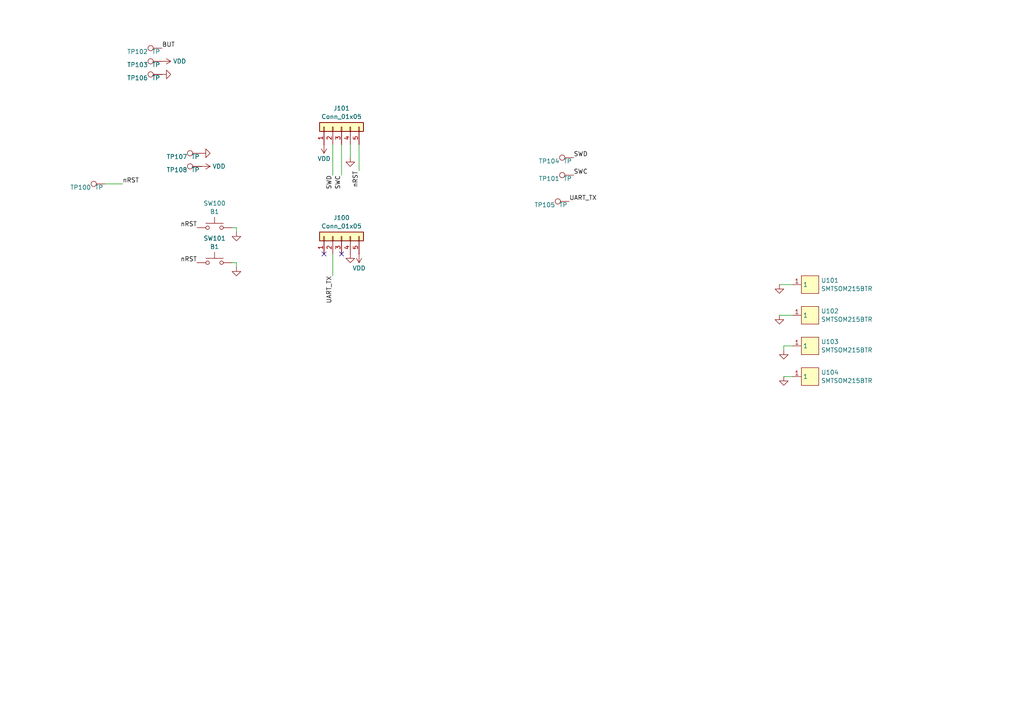
<source format=kicad_sch>
(kicad_sch (version 20231120) (generator "eeschema") (generator_version "8.0")
  (paper "A4")
  (lib_symbols
    (symbol "Connector:TestPoint" (pin_numbers hide) (pin_names (offset 0.762) hide)
      (property "Reference" "TP" (at 0 6.858 0))
      (property "Value" "TestPoint" (at 0 5.08 0))
      (symbol "TestPoint_0_1"
        (circle (center 0 3.302) (radius 0.762))
      )
      (symbol "TestPoint_1_1"
        (pin passive line (at 0 0 90) (length 2.54) (name "1") (number "1"))
      )
    )
    (symbol "Connector_Generic:Conn_01x05" (pin_names (offset 1.016) hide)
      (property "Reference" "J" (at 0 7.62 0))
      (property "Value" "Conn_01x05" (at 0 -7.62 0))
      (symbol "Conn_01x05_1_1"
        (rectangle (start -1.27 -4.953) (end 0 -5.207) (stroke (width 0.1524)))
        (rectangle (start -1.27 -2.413) (end 0 -2.667) (stroke (width 0.1524)))
        (rectangle (start -1.27 0.127) (end 0 -0.127) (stroke (width 0.1524)))
        (rectangle (start -1.27 2.667) (end 0 2.413) (stroke (width 0.1524)))
        (rectangle (start -1.27 5.207) (end 0 4.953) (stroke (width 0.1524)))
        (rectangle (start -1.27 6.35) (end 1.27 -6.35) (stroke (width 0.254)) (fill (type background)))
        (pin passive line (at -5.08 5.08 0) (length 3.81) (name "Pin_1") (number "1"))
        (pin passive line (at -5.08 2.54 0) (length 3.81) (name "Pin_2") (number "2"))
        (pin passive line (at -5.08 0 0) (length 3.81) (name "Pin_3") (number "3"))
        (pin passive line (at -5.08 -2.54 0) (length 3.81) (name "Pin_4") (number "4"))
        (pin passive line (at -5.08 -5.08 0) (length 3.81) (name "Pin_5") (number "5"))
      )
    )
    (symbol "Switch:SW_Push" (pin_numbers hide) (pin_names (offset 1.016) hide)
      (property "Reference" "SW" (at 1.27 2.54 0))
      (property "Value" "SW_Push" (at 0 -1.524 0))
      (symbol "SW_Push_0_1"
        (circle (center -2.032 0) (radius 0.508))
        (polyline (pts (xy 0 1.27) (xy 0 3.048)))
        (polyline (pts (xy 2.54 1.27) (xy -2.54 1.27)))
        (circle (center 2.032 0) (radius 0.508))
        (pin passive line (at -5.08 0 0) (length 2.54) (name "1") (number "1"))
        (pin passive line (at 5.08 0 180) (length 2.54) (name "2") (number "2"))
      )
    )
    (symbol "easyeda2kicad:SMTSOM215BTR"
      (property "Reference" "U" (at 0 5.08 0))
      (property "Value" "SMTSOM215BTR" (at 0 -5.08 0))
      (symbol "SMTSOM215BTR_0_1"
        (rectangle (start 0 2.54) (end 5.08 -2.54) (fill (type background)))
        (pin unspecified line (at -2.54 0 0) (length 2.54) (name "1") (number "1"))
      )
    )
    (symbol "power:GND" (power) (pin_names (offset 0))
      (property "Value" "GND" (at 0 -3.81 0))
      (symbol "GND_0_1"
        (polyline (pts (xy 0 0) (xy 0 -1.27) (xy 1.27 -1.27) (xy 0 -2.54) (xy -1.27 -1.27) (xy 0 -1.27)))
      )
      (symbol "GND_1_1"
        (pin power_in line (at 0 0 270) (length 0) hide (name "GND") (number "1"))
      )
    )
    (symbol "power:VDD" (power) (pin_numbers hide) (pin_names (offset 0) hide)
      (property "Value" "VDD" (at 0 3.556 0))
      (symbol "VDD_0_1"
        (polyline (pts (xy -0.762 1.27) (xy 0 2.54)))
        (polyline (pts (xy 0 0) (xy 0 2.54)))
        (polyline (pts (xy 0 2.54) (xy 0.762 1.27)))
      )
      (symbol "VDD_1_1"
        (pin power_in line (at 0 0 90) (length 0) (name "~") (number "1"))
      )
    )
  )
  (no_connect (at 99.06 73.66))
  (no_connect (at 93.98 73.66))
  (wire (pts (xy 96.52 50.8) (xy 96.52 41.91)))
  (wire (pts (xy 99.06 50.8) (xy 99.06 41.91)))
  (wire (pts (xy 227.33 100.33) (xy 229.87 100.33)))
  (wire (pts (xy 104.14 49.53) (xy 104.14 41.91)))
  (wire (pts (xy 226.06 82.55) (xy 229.87 82.55)))
  (wire (pts (xy 101.6 45.72) (xy 101.6 41.91)))
  (wire (pts (xy 68.58 77.47) (xy 68.58 76.2)))
  (wire (pts (xy 68.58 76.2) (xy 67.31 76.2)))
  (wire (pts (xy 227.33 101.6) (xy 227.33 100.33)))
  (wire (pts (xy 96.52 80.01) (xy 96.52 73.66)))
  (wire (pts (xy 68.58 66.04) (xy 67.31 66.04)))
  (wire (pts (xy 30.48 53.34) (xy 35.56 53.34)))
  (wire (pts (xy 68.58 67.31) (xy 68.58 66.04)))
  (wire (pts (xy 227.33 109.22) (xy 229.87 109.22)))
  (wire (pts (xy 229.87 91.44) (xy 226.06 91.44)))
  (label "BUT" (at 46.99 13.97 0))
  (label "SWC" (at 166.37 50.8 0))
  (label "nRST" (at 104.14 49.53 270))
  (label "UART_TX" (at 165.1 58.42 0))
  (label "nRST" (at 35.56 53.34 0))
  (label "SWD" (at 166.37 45.72 0))
  (label "SWD" (at 96.52 50.8 270))
  (label "SWC" (at 99.06 50.8 270))
  (label "nRST" (at 57.15 76.2 180))
  (label "nRST" (at 57.15 66.04 180))
  (label "UART_TX" (at 96.52 80.01 270))
  (symbol (lib_id "power:VDD") (at 46.99 17.78 270) (unit 1)
    (property "Reference" "#PWR0106" (effects (hide yes)))
    (property "Value" "VDD" (at 50.165 17.78 90) (effects (justify left)))
    (property "Description" "Power symbol creates a global label with name \"VDD\"" (effects (hide yes)))
  )
  (symbol (lib_id "Connector:TestPoint") (at 58.42 44.45 90) (unit 1)
    (property "Reference" "TP107" (at 54.356 45.466 90) (effects (justify left)))
    (property "Value" "TP" (at 57.912 45.466 90) (effects (justify left)))
    (property "Footprint" "TestPoint:TestPoint_THTPad_D4.0mm_Drill2.0mm" (effects (hide yes)))
    (property "Description" "test point" (effects (hide yes)))
    (property "LCSC" "DNP" (effects (hide yes)))
  )
  (symbol (lib_id "Switch:SW_Push") (at 62.23 76.2 0) (unit 1)
    (property "Reference" "SW101" (at 62.23 69.1345 0))
    (property "Value" "B1" (at 62.23 71.5588 0))
    (property "Footprint" "Button_Switch_SMD:SW_SPST_FSMSM" (effects (hide yes)))
    (property "LCSC" "DNP" (effects (hide yes)))
  )
  (symbol (lib_id "power:GND") (at 226.06 91.44 0) (unit 1)
    (property "Reference" "#PWR0116" (effects (hide yes)))
    (property "Value" "GND" (effects (hide yes)))
  )
  (symbol (lib_id "power:GND") (at 68.58 67.31 0) (unit 1)
    (property "Reference" "#PWR0104" (effects (hide yes)))
    (property "Value" "GND" (effects (hide yes)))
  )
  (symbol (lib_id "easyeda2kicad:SMTSOM215BTR") (at 232.41 109.22 0) (unit 1)
    (property "Reference" "U104" (at 238.125 108.0078 0) (effects (justify left)))
    (property "Value" "SMTSOM215BTR" (at 238.125 110.4321 0) (effects (justify left)))
    (property "Footprint" "easyeda2kicad:SMD_BD5.6-D3.6" (effects (hide yes)))
    (property "LCSC" "C5301777" (effects (hide yes)))
  )
  (symbol (lib_id "power:GND") (at 226.06 82.55 0) (unit 1)
    (property "Reference" "#PWR0115" (effects (hide yes)))
    (property "Value" "GND" (effects (hide yes)))
  )
  (symbol (lib_id "Connector:TestPoint") (at 46.99 17.78 90) (unit 1)
    (property "Reference" "TP103" (at 42.926 18.796 90) (effects (justify left)))
    (property "Value" "TP" (at 46.482 18.796 90) (effects (justify left)))
    (property "Footprint" "TestPoint:TestPoint_THTPad_D4.0mm_Drill2.0mm" (effects (hide yes)))
    (property "Description" "test point" (effects (hide yes)))
    (property "LCSC" "DNP" (effects (hide yes)))
  )
  (symbol (lib_id "Switch:SW_Push") (at 62.23 66.04 0) (unit 1)
    (property "Reference" "SW100" (at 62.23 58.9745 0))
    (property "Value" "B1" (at 62.23 61.3988 0))
    (property "Footprint" "Button_Switch_SMD:SW_SPST_FSMSM" (effects (hide yes)))
    (property "LCSC" "DNP" (effects (hide yes)))
  )
  (symbol (lib_id "power:VDD") (at 93.98 41.91 180) (unit 1)
    (property "Reference" "#PWR0102" (effects (hide yes)))
    (property "Value" "VDD" (at 93.98 46.0431 0))
    (property "Description" "Power symbol creates a global label with name \"VDD\"" (effects (hide yes)))
  )
  (symbol (lib_id "Connector:TestPoint") (at 46.99 21.59 90) (unit 1)
    (property "Reference" "TP106" (at 42.926 22.606 90) (effects (justify left)))
    (property "Value" "TP" (at 46.482 22.606 90) (effects (justify left)))
    (property "Footprint" "TestPoint:TestPoint_THTPad_D4.0mm_Drill2.0mm" (effects (hide yes)))
    (property "Description" "test point" (effects (hide yes)))
    (property "LCSC" "DNP" (effects (hide yes)))
  )
  (symbol (lib_id "power:GND") (at 227.33 109.22 0) (unit 1)
    (property "Reference" "#PWR0118" (effects (hide yes)))
    (property "Value" "GND" (effects (hide yes)))
  )
  (symbol (lib_id "Connector:TestPoint") (at 46.99 13.97 90) (unit 1)
    (property "Reference" "TP102" (at 42.926 14.986 90) (effects (justify left)))
    (property "Value" "TP" (at 46.482 14.986 90) (effects (justify left)))
    (property "Footprint" "TestPoint:TestPoint_THTPad_D4.0mm_Drill2.0mm" (effects (hide yes)))
    (property "Description" "test point" (effects (hide yes)))
    (property "LCSC" "DNP" (effects (hide yes)))
  )
  (symbol (lib_id "Connector:TestPoint") (at 166.37 50.8 90) (unit 1)
    (property "Reference" "TP101" (at 162.306 51.816 90) (effects (justify left)))
    (property "Value" "TP" (at 165.862 51.816 90) (effects (justify left)))
    (property "Footprint" "TestPoint:TestPoint_THTPad_D4.0mm_Drill2.0mm" (effects (hide yes)))
    (property "Description" "test point" (effects (hide yes)))
    (property "LCSC" "DNP" (effects (hide yes)))
  )
  (symbol (lib_id "Connector:TestPoint") (at 30.48 53.34 90) (unit 1)
    (property "Reference" "TP100" (at 26.416 54.356 90) (effects (justify left)))
    (property "Value" "TP" (at 29.972 54.356 90) (effects (justify left)))
    (property "Footprint" "TestPoint:TestPoint_THTPad_D4.0mm_Drill2.0mm" (effects (hide yes)))
    (property "Description" "test point" (effects (hide yes)))
    (property "LCSC" "DNP" (effects (hide yes)))
  )
  (symbol (lib_id "power:GND") (at 101.6 73.66 0) (unit 1)
    (property "Reference" "#PWR0108" (effects (hide yes)))
    (property "Value" "GND" (effects (hide yes)))
  )
  (symbol (lib_id "power:VDD") (at 58.42 48.26 270) (unit 1)
    (property "Reference" "#PWR0101" (effects (hide yes)))
    (property "Value" "VDD" (at 61.595 48.26 90) (effects (justify left)))
    (property "Description" "Power symbol creates a global label with name \"VDD\"" (effects (hide yes)))
  )
  (symbol (lib_id "power:GND") (at 46.99 21.59 90) (unit 1)
    (property "Reference" "#PWR0112" (effects (hide yes)))
    (property "Value" "GND" (effects (hide yes)))
  )
  (symbol (lib_id "easyeda2kicad:SMTSOM215BTR") (at 232.41 100.33 0) (unit 1)
    (property "Reference" "U103" (at 238.125 99.1178 0) (effects (justify left)))
    (property "Value" "SMTSOM215BTR" (at 238.125 101.5421 0) (effects (justify left)))
    (property "Footprint" "easyeda2kicad:SMD_BD5.6-D3.6" (effects (hide yes)))
    (property "LCSC" "C5301777" (effects (hide yes)))
  )
  (symbol (lib_id "Connector_Generic:Conn_01x05") (at 99.06 68.58 90) (unit 1)
    (property "Reference" "J100" (at 99.06 63.1655 90))
    (property "Value" "Conn_01x05" (at 99.06 65.5898 90))
    (property "Footprint" "Critbit_lib:PinHeader_1x05_P2.54mm_SMD_flat" (effects (hide yes)))
    (property "Description" "Generic connector, single row, 01x05, script generated (kicad-library-utils/schlib/autogen/connector/)" (effects (hide yes)))
  )
  (symbol (lib_id "power:GND") (at 58.42 44.45 90) (unit 1)
    (property "Reference" "#PWR0100" (effects (hide yes)))
    (property "Value" "GND" (effects (hide yes)))
  )
  (symbol (lib_id "Connector:TestPoint") (at 166.37 45.72 90) (unit 1)
    (property "Reference" "TP104" (at 162.306 46.736 90) (effects (justify left)))
    (property "Value" "TP" (at 165.862 46.736 90) (effects (justify left)))
    (property "Footprint" "TestPoint:TestPoint_THTPad_D4.0mm_Drill2.0mm" (effects (hide yes)))
    (property "Description" "test point" (effects (hide yes)))
    (property "LCSC" "DNP" (effects (hide yes)))
  )
  (symbol (lib_id "easyeda2kicad:SMTSOM215BTR") (at 232.41 91.44 0) (unit 1)
    (property "Reference" "U102" (at 238.125 90.2278 0) (effects (justify left)))
    (property "Value" "SMTSOM215BTR" (at 238.125 92.6521 0) (effects (justify left)))
    (property "Footprint" "easyeda2kicad:SMD_BD5.6-D3.6" (effects (hide yes)))
    (property "LCSC" "C5301777" (effects (hide yes)))
  )
  (symbol (lib_id "power:VDD") (at 104.14 73.66 180) (unit 1)
    (property "Reference" "#PWR0107" (effects (hide yes)))
    (property "Value" "VDD" (at 104.14 77.7931 0))
    (property "Description" "Power symbol creates a global label with name \"VDD\"" (effects (hide yes)))
  )
  (symbol (lib_id "Connector_Generic:Conn_01x05") (at 99.06 36.83 90) (unit 1)
    (property "Reference" "J101" (at 99.06 31.4155 90))
    (property "Value" "Conn_01x05" (at 99.06 33.8398 90))
    (property "Footprint" "Critbit_lib:PinHeader_1x05_P2.54mm_SMD_flat" (effects (hide yes)))
    (property "Description" "Generic connector, single row, 01x05, script generated (kicad-library-utils/schlib/autogen/connector/)" (effects (hide yes)))
  )
  (symbol (lib_id "power:GND") (at 68.58 77.47 0) (unit 1)
    (property "Reference" "#PWR0105" (effects (hide yes)))
    (property "Value" "GND" (effects (hide yes)))
  )
  (symbol (lib_id "power:GND") (at 227.33 101.6 0) (unit 1)
    (property "Reference" "#PWR0117" (effects (hide yes)))
    (property "Value" "GND" (effects (hide yes)))
  )
  (symbol (lib_id "easyeda2kicad:SMTSOM215BTR") (at 232.41 82.55 0) (unit 1)
    (property "Reference" "U101" (at 238.125 81.3378 0) (effects (justify left)))
    (property "Value" "SMTSOM215BTR" (at 238.125 83.7621 0) (effects (justify left)))
    (property "Footprint" "easyeda2kicad:SMD_BD5.6-D3.6" (effects (hide yes)))
    (property "LCSC" "C5301777" (effects (hide yes)))
  )
  (symbol (lib_id "Connector:TestPoint") (at 58.42 48.26 90) (unit 1)
    (property "Reference" "TP108" (at 54.356 49.276 90) (effects (justify left)))
    (property "Value" "TP" (at 57.912 49.276 90) (effects (justify left)))
    (property "Footprint" "TestPoint:TestPoint_THTPad_D4.0mm_Drill2.0mm" (effects (hide yes)))
    (property "Description" "test point" (effects (hide yes)))
    (property "LCSC" "DNP" (effects (hide yes)))
  )
  (symbol (lib_id "Connector:TestPoint") (at 165.1 58.42 90) (unit 1)
    (property "Reference" "TP105" (at 161.036 59.436 90) (effects (justify left)))
    (property "Value" "TP" (at 164.592 59.436 90) (effects (justify left)))
    (property "Footprint" "TestPoint:TestPoint_THTPad_D4.0mm_Drill2.0mm" (effects (hide yes)))
    (property "Description" "test point" (effects (hide yes)))
    (property "LCSC" "DNP" (effects (hide yes)))
  )
  (symbol (lib_id "power:GND") (at 101.6 45.72 0) (unit 1)
    (property "Reference" "#PWR0103" (effects (hide yes)))
    (property "Value" "GND" (effects (hide yes)))
  )
)
</source>
